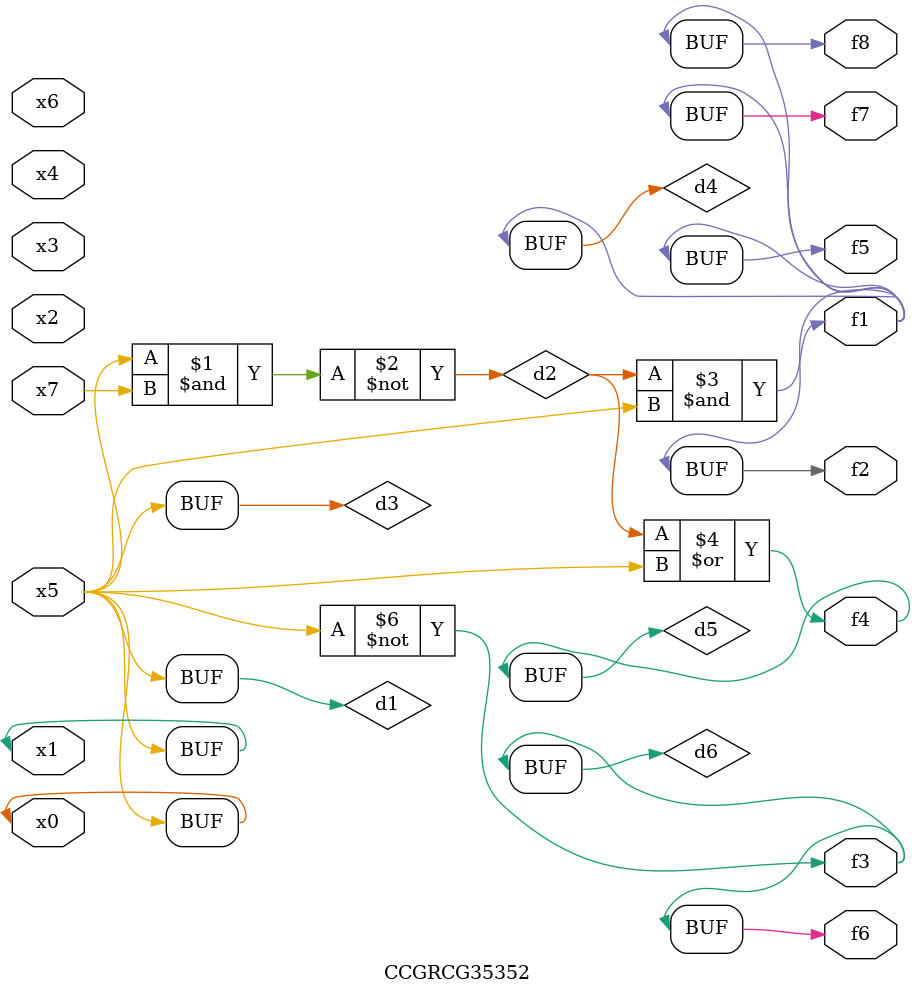
<source format=v>
module CCGRCG35352(
	input x0, x1, x2, x3, x4, x5, x6, x7,
	output f1, f2, f3, f4, f5, f6, f7, f8
);

	wire d1, d2, d3, d4, d5, d6;

	buf (d1, x0, x5);
	nand (d2, x5, x7);
	buf (d3, x0, x1);
	and (d4, d2, d3);
	or (d5, d2, d3);
	nor (d6, d1, d3);
	assign f1 = d4;
	assign f2 = d4;
	assign f3 = d6;
	assign f4 = d5;
	assign f5 = d4;
	assign f6 = d6;
	assign f7 = d4;
	assign f8 = d4;
endmodule

</source>
